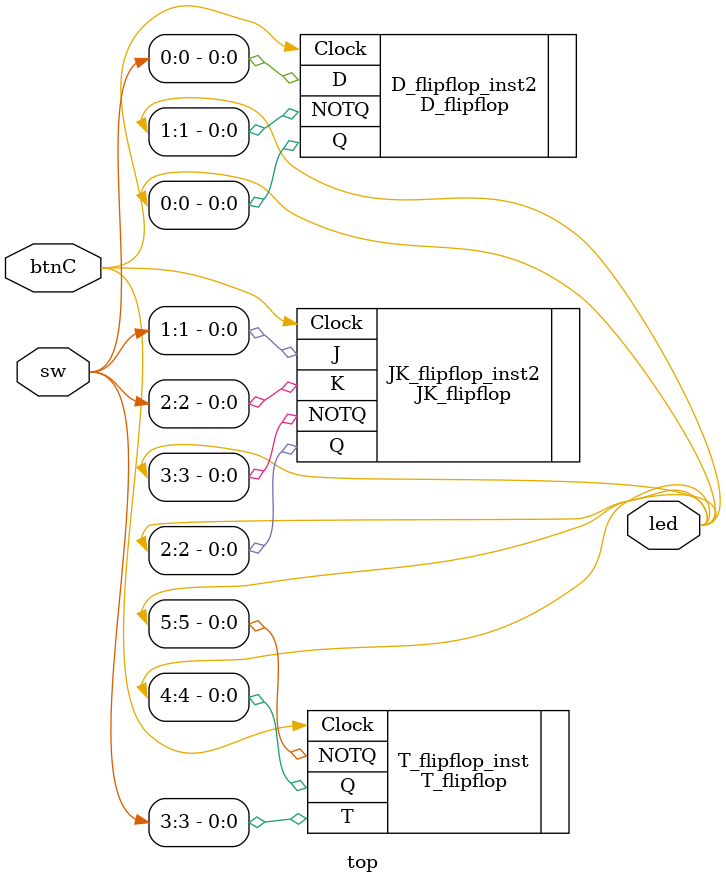
<source format=v>
module top(
    input [3:0] sw,
    input btnC,
    output [5:0] led
    );
    
    D_flipflop D_flipflop_inst2(
        .D(sw[0]),
        .Clock(btnC),
        .Q(led[0]),
        .NOTQ(led[1])
        );
    
    JK_flipflop JK_flipflop_inst2(
        .J(sw[1]),
        .K(sw[2]),
        .Clock(btnC),
        .Q(led[2]),
        .NOTQ(led[3])
        );
    
    T_flipflop T_flipflop_inst(
        .T(sw[3]),
        .Clock(btnC),
        .Q(led[4]),
        .NOTQ(led[5])
        );
    
endmodule

</source>
